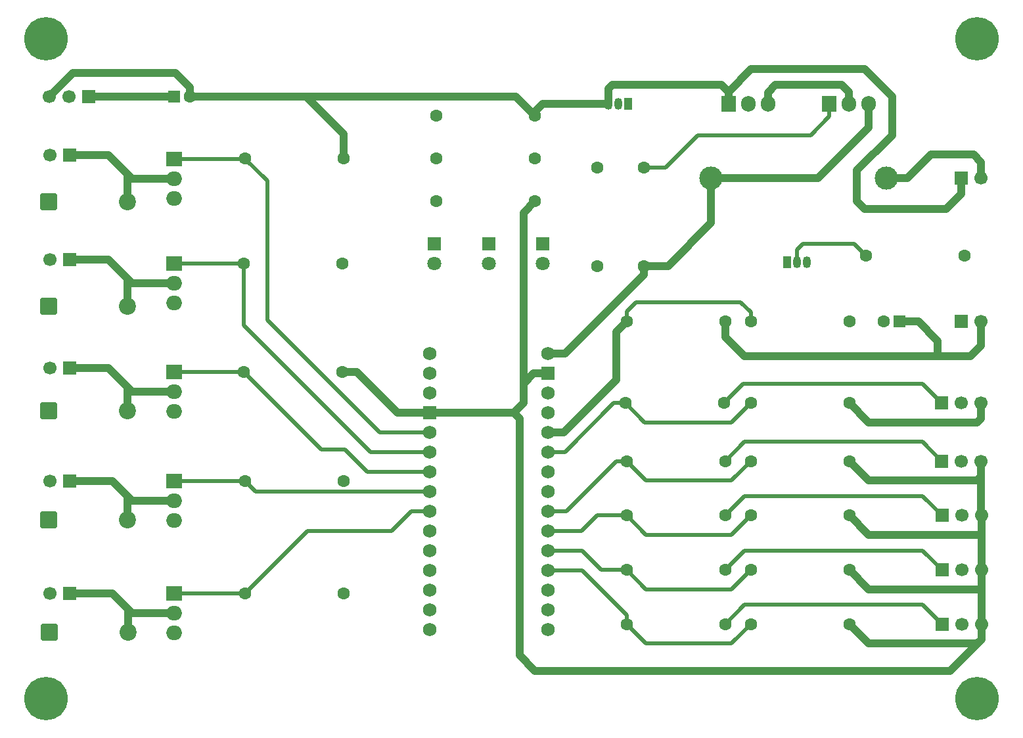
<source format=gbr>
%TF.GenerationSoftware,KiCad,Pcbnew,9.0.3*%
%TF.CreationDate,2025-09-28T13:54:29+02:00*%
%TF.ProjectId,PlantBreakoutBoard,506c616e-7442-4726-9561-6b6f7574426f,rev?*%
%TF.SameCoordinates,Original*%
%TF.FileFunction,Copper,L2,Bot*%
%TF.FilePolarity,Positive*%
%FSLAX46Y46*%
G04 Gerber Fmt 4.6, Leading zero omitted, Abs format (unit mm)*
G04 Created by KiCad (PCBNEW 9.0.3) date 2025-09-28 13:54:29*
%MOMM*%
%LPD*%
G01*
G04 APERTURE LIST*
G04 Aperture macros list*
%AMRoundRect*
0 Rectangle with rounded corners*
0 $1 Rounding radius*
0 $2 $3 $4 $5 $6 $7 $8 $9 X,Y pos of 4 corners*
0 Add a 4 corners polygon primitive as box body*
4,1,4,$2,$3,$4,$5,$6,$7,$8,$9,$2,$3,0*
0 Add four circle primitives for the rounded corners*
1,1,$1+$1,$2,$3*
1,1,$1+$1,$4,$5*
1,1,$1+$1,$6,$7*
1,1,$1+$1,$8,$9*
0 Add four rect primitives between the rounded corners*
20,1,$1+$1,$2,$3,$4,$5,0*
20,1,$1+$1,$4,$5,$6,$7,0*
20,1,$1+$1,$6,$7,$8,$9,0*
20,1,$1+$1,$8,$9,$2,$3,0*%
G04 Aperture macros list end*
%TA.AperFunction,ComponentPad*%
%ADD10R,2.000000X1.905000*%
%TD*%
%TA.AperFunction,ComponentPad*%
%ADD11O,2.000000X1.905000*%
%TD*%
%TA.AperFunction,ComponentPad*%
%ADD12C,1.600000*%
%TD*%
%TA.AperFunction,ComponentPad*%
%ADD13RoundRect,0.249999X-0.850001X-0.850001X0.850001X-0.850001X0.850001X0.850001X-0.850001X0.850001X0*%
%TD*%
%TA.AperFunction,ComponentPad*%
%ADD14C,2.200000*%
%TD*%
%TA.AperFunction,ComponentPad*%
%ADD15R,1.905000X2.000000*%
%TD*%
%TA.AperFunction,ComponentPad*%
%ADD16O,1.905000X2.000000*%
%TD*%
%TA.AperFunction,ComponentPad*%
%ADD17R,1.050000X1.500000*%
%TD*%
%TA.AperFunction,ComponentPad*%
%ADD18O,1.050000X1.500000*%
%TD*%
%TA.AperFunction,ComponentPad*%
%ADD19R,1.700000X1.700000*%
%TD*%
%TA.AperFunction,ComponentPad*%
%ADD20C,1.700000*%
%TD*%
%TA.AperFunction,ComponentPad*%
%ADD21R,1.800000X1.800000*%
%TD*%
%TA.AperFunction,ComponentPad*%
%ADD22C,1.800000*%
%TD*%
%TA.AperFunction,ComponentPad*%
%ADD23RoundRect,0.250000X0.550000X0.550000X-0.550000X0.550000X-0.550000X-0.550000X0.550000X-0.550000X0*%
%TD*%
%TA.AperFunction,ComponentPad*%
%ADD24C,5.600000*%
%TD*%
%TA.AperFunction,ComponentPad*%
%ADD25C,1.727200*%
%TD*%
%TA.AperFunction,ComponentPad*%
%ADD26R,1.727200X1.727200*%
%TD*%
%TA.AperFunction,ComponentPad*%
%ADD27C,3.000000*%
%TD*%
%TA.AperFunction,ComponentPad*%
%ADD28RoundRect,0.250000X-0.550000X-0.550000X0.550000X-0.550000X0.550000X0.550000X-0.550000X0.550000X0*%
%TD*%
%TA.AperFunction,Conductor*%
%ADD29C,0.500000*%
%TD*%
%TA.AperFunction,Conductor*%
%ADD30C,1.000000*%
%TD*%
G04 APERTURE END LIST*
D10*
%TO.P,Q6,1,G*%
%TO.N,Net-(Q6-G)*%
X82000000Y-93040000D03*
D11*
%TO.P,Q6,2,D*%
%TO.N,Net-(D4-A)*%
X82000000Y-95580000D03*
%TO.P,Q6,3,S*%
%TO.N,GND*%
X82000000Y-98120000D03*
%TD*%
D12*
%TO.P,R16,1*%
%TO.N,Net-(J10-Pin_1)*%
X152850000Y-83000000D03*
%TO.P,R16,2*%
%TO.N,Net-(A1-PadA6)*%
X140150000Y-83000000D03*
%TD*%
D13*
%TO.P,D2,1,K*%
%TO.N,+Motor DC*%
X65840000Y-70540000D03*
D14*
%TO.P,D2,2,A*%
%TO.N,Net-(D2-A)*%
X76000000Y-70540000D03*
%TD*%
D12*
%TO.P,R19,1*%
%TO.N,Net-(A1-PadA1)*%
X156300000Y-104500000D03*
%TO.P,R19,2*%
%TO.N,GND*%
X169000000Y-104500000D03*
%TD*%
D15*
%TO.P,U1,1,GND*%
%TO.N,GND*%
X153420000Y-44500000D03*
D16*
%TO.P,U1,2,VO*%
%TO.N,+5V*%
X155960000Y-44500000D03*
%TO.P,U1,3,VI*%
%TO.N,Net-(Q1-D)*%
X158500000Y-44500000D03*
%TD*%
D17*
%TO.P,Q2,1,C*%
%TO.N,Net-(Q1-G)*%
X140500000Y-44500000D03*
D18*
%TO.P,Q2,2,B*%
%TO.N,Net-(Q2-B)*%
X139230000Y-44500000D03*
%TO.P,Q2,3,E*%
%TO.N,GND*%
X137960000Y-44500000D03*
%TD*%
D10*
%TO.P,Q3,1,G*%
%TO.N,Net-(Q3-G)*%
X82000000Y-51540000D03*
D11*
%TO.P,Q3,2,D*%
%TO.N,Net-(D1-A)*%
X82000000Y-54080000D03*
%TO.P,Q3,3,S*%
%TO.N,GND*%
X82000000Y-56620000D03*
%TD*%
D12*
%TO.P,R17,1*%
%TO.N,Net-(J11-Pin_1)*%
X153000000Y-104500000D03*
%TO.P,R17,2*%
%TO.N,Net-(A1-PadA1)*%
X140300000Y-104500000D03*
%TD*%
%TO.P,R7,1*%
%TO.N,Net-(Q7-G)*%
X91150000Y-107540000D03*
%TO.P,R7,2*%
%TO.N,GND*%
X103850000Y-107540000D03*
%TD*%
%TO.P,R2,1*%
%TO.N,Net-(Q2-B)*%
X136500000Y-52650000D03*
%TO.P,R2,2*%
%TO.N,5V_ENABLE*%
X136500000Y-65350000D03*
%TD*%
D19*
%TO.P,J1,1,Pin_1*%
%TO.N,+5V*%
X71000000Y-43500000D03*
D20*
%TO.P,J1,2,Pin_2*%
%TO.N,+Motor DC*%
X68460000Y-43500000D03*
%TO.P,J1,3,Pin_3*%
%TO.N,GND*%
X65920000Y-43500000D03*
%TD*%
D12*
%TO.P,R10,1*%
%TO.N,Net-(Q8-C)*%
X156300000Y-72500000D03*
%TO.P,R10,2*%
%TO.N,GND*%
X169000000Y-72500000D03*
%TD*%
D21*
%TO.P,D8,1,K*%
%TO.N,Net-(D8-K)*%
X115500000Y-62500000D03*
D22*
%TO.P,D8,2,A*%
%TO.N,Net-(D8-A)*%
X115500000Y-65040000D03*
%TD*%
D23*
%TO.P,C2,1*%
%TO.N,+5V*%
X175455113Y-72500000D03*
D12*
%TO.P,C2,2*%
%TO.N,GND*%
X173455113Y-72500000D03*
%TD*%
%TO.P,R23,1*%
%TO.N,Net-(A1-PadA0)*%
X156300000Y-111500000D03*
%TO.P,R23,2*%
%TO.N,GND*%
X169000000Y-111500000D03*
%TD*%
%TO.P,R15,1*%
%TO.N,Net-(A1-PadA2)*%
X156300000Y-97500000D03*
%TO.P,R15,2*%
%TO.N,GND*%
X169000000Y-97500000D03*
%TD*%
%TO.P,R22,1*%
%TO.N,Net-(A1-PadA3)*%
X156300000Y-90500000D03*
%TO.P,R22,2*%
%TO.N,GND*%
X169000000Y-90500000D03*
%TD*%
D24*
%TO.P,hole2,1*%
%TO.N,N/C*%
X185500000Y-36100000D03*
%TD*%
D13*
%TO.P,D3,1,K*%
%TO.N,+Motor DC*%
X65840000Y-84040000D03*
D14*
%TO.P,D3,2,A*%
%TO.N,Net-(D3-A)*%
X76000000Y-84040000D03*
%TD*%
D12*
%TO.P,R20,1*%
%TO.N,Net-(J12-Pin_1)*%
X153000000Y-90500000D03*
%TO.P,R20,2*%
%TO.N,Net-(A1-PadA3)*%
X140300000Y-90500000D03*
%TD*%
D19*
%TO.P,J13,1,Pin_1*%
%TO.N,Net-(J13-Pin_1)*%
X180960000Y-111500000D03*
D20*
%TO.P,J13,2,Pin_2*%
%TO.N,+5V*%
X183500000Y-111500000D03*
%TO.P,J13,3,Pin_3*%
%TO.N,GND*%
X186040000Y-111500000D03*
%TD*%
D17*
%TO.P,Q8,1,C*%
%TO.N,Net-(Q8-C)*%
X160960000Y-64860000D03*
D18*
%TO.P,Q8,2,B*%
%TO.N,Net-(Q8-B)*%
X162230000Y-64860000D03*
%TO.P,Q8,3,E*%
%TO.N,GND*%
X163500000Y-64860000D03*
%TD*%
D21*
%TO.P,D6,1,K*%
%TO.N,Net-(D6-K)*%
X129500000Y-62500000D03*
D22*
%TO.P,D6,2,A*%
%TO.N,Net-(D6-A)*%
X129500000Y-65040000D03*
%TD*%
D12*
%TO.P,R6,1*%
%TO.N,Net-(Q6-G)*%
X91150000Y-93040000D03*
%TO.P,R6,2*%
%TO.N,GND*%
X103850000Y-93040000D03*
%TD*%
D24*
%TO.P,hole3,1*%
%TO.N,N/C*%
X185500000Y-121100000D03*
%TD*%
D19*
%TO.P,J4,1,Pin_1*%
%TO.N,Net-(D2-A)*%
X68500000Y-64540000D03*
D20*
%TO.P,J4,2,Pin_2*%
%TO.N,+Motor DC*%
X65960000Y-64540000D03*
%TD*%
D12*
%TO.P,R21,1*%
%TO.N,Net-(J13-Pin_1)*%
X153000000Y-111500000D03*
%TO.P,R21,2*%
%TO.N,Net-(A1-PadA0)*%
X140300000Y-111500000D03*
%TD*%
D10*
%TO.P,Q4,1,G*%
%TO.N,Net-(Q4-G)*%
X82000000Y-65040000D03*
D11*
%TO.P,Q4,2,D*%
%TO.N,Net-(D2-A)*%
X82000000Y-67580000D03*
%TO.P,Q4,3,S*%
%TO.N,GND*%
X82000000Y-70120000D03*
%TD*%
D19*
%TO.P,J10,1,Pin_1*%
%TO.N,Net-(J10-Pin_1)*%
X180920000Y-83000000D03*
D20*
%TO.P,J10,2,Pin_2*%
%TO.N,+5V*%
X183460000Y-83000000D03*
%TO.P,J10,3,Pin_3*%
%TO.N,GND*%
X186000000Y-83000000D03*
%TD*%
D12*
%TO.P,R9,1*%
%TO.N,Net-(Q8-B)*%
X171150000Y-64000000D03*
%TO.P,R9,2*%
%TO.N,Net-(J8-Pin_1)*%
X183850000Y-64000000D03*
%TD*%
D10*
%TO.P,Q5,1,G*%
%TO.N,Net-(Q5-G)*%
X82000000Y-79040000D03*
D11*
%TO.P,Q5,2,D*%
%TO.N,Net-(D3-A)*%
X82000000Y-81580000D03*
%TO.P,Q5,3,S*%
%TO.N,GND*%
X82000000Y-84120000D03*
%TD*%
D12*
%TO.P,R12,1*%
%TO.N,Net-(D7-K)*%
X115800000Y-51500000D03*
%TO.P,R12,2*%
%TO.N,GND*%
X128500000Y-51500000D03*
%TD*%
D19*
%TO.P,J9,1,Pin_1*%
%TO.N,Net-(J9-Pin_1)*%
X180960000Y-97500000D03*
D20*
%TO.P,J9,2,Pin_2*%
%TO.N,+5V*%
X183500000Y-97500000D03*
%TO.P,J9,3,Pin_3*%
%TO.N,GND*%
X186040000Y-97500000D03*
%TD*%
D12*
%TO.P,R18,1*%
%TO.N,Net-(A1-PadA6)*%
X156300000Y-83000000D03*
%TO.P,R18,2*%
%TO.N,GND*%
X169000000Y-83000000D03*
%TD*%
D19*
%TO.P,J11,1,Pin_1*%
%TO.N,Net-(J11-Pin_1)*%
X180960000Y-104500000D03*
D20*
%TO.P,J11,2,Pin_2*%
%TO.N,+5V*%
X183500000Y-104500000D03*
%TO.P,J11,3,Pin_3*%
%TO.N,GND*%
X186040000Y-104500000D03*
%TD*%
D24*
%TO.P,hole1,1*%
%TO.N,N/C*%
X65500000Y-36100000D03*
%TD*%
D19*
%TO.P,J5,1,Pin_1*%
%TO.N,Net-(D3-A)*%
X68500000Y-78540000D03*
D20*
%TO.P,J5,2,Pin_2*%
%TO.N,+Motor DC*%
X65960000Y-78540000D03*
%TD*%
D12*
%TO.P,R8,1*%
%TO.N,+5V*%
X153000000Y-72500000D03*
%TO.P,R8,2*%
%TO.N,Net-(Q8-C)*%
X140300000Y-72500000D03*
%TD*%
D10*
%TO.P,Q7,1,G*%
%TO.N,Net-(Q7-G)*%
X82000000Y-107500000D03*
D11*
%TO.P,Q7,2,D*%
%TO.N,Net-(D5-A)*%
X82000000Y-110040000D03*
%TO.P,Q7,3,S*%
%TO.N,GND*%
X82000000Y-112580000D03*
%TD*%
D12*
%TO.P,R13,1*%
%TO.N,Net-(D8-K)*%
X115800000Y-57000000D03*
%TO.P,R13,2*%
%TO.N,GND*%
X128500000Y-57000000D03*
%TD*%
D25*
%TO.P,A1,3V3,3.3V*%
%TO.N,unconnected-(A1-3.3V-Pad3V3)*%
X130150000Y-109660000D03*
%TO.P,A1,5V,5V*%
%TO.N,unconnected-(A1-Pad5V)*%
X130150000Y-84260000D03*
%TO.P,A1,A0,A0*%
%TO.N,Net-(A1-PadA0)*%
X130150000Y-104580000D03*
%TO.P,A1,A1,A1*%
%TO.N,Net-(A1-PadA1)*%
X130150000Y-102040000D03*
%TO.P,A1,A2,A2*%
%TO.N,Net-(A1-PadA2)*%
X130150000Y-99500000D03*
%TO.P,A1,A3,A3*%
%TO.N,Net-(A1-PadA3)*%
X130150000Y-96960000D03*
%TO.P,A1,A4,A4/SDA*%
%TO.N,unconnected-(A1-A4{slash}SDA-PadA4)*%
X130150000Y-94420000D03*
%TO.P,A1,A5,A5/SCL*%
%TO.N,unconnected-(A1-A5{slash}SCL-PadA5)*%
X130150000Y-91880000D03*
%TO.P,A1,A6,A6*%
%TO.N,Net-(A1-PadA6)*%
X130150000Y-89340000D03*
%TO.P,A1,A7,A7*%
%TO.N,Net-(Q8-C)*%
X130150000Y-86800000D03*
%TO.P,A1,AREF,AREF*%
%TO.N,unconnected-(A1-PadAREF)*%
X130150000Y-107120000D03*
%TO.P,A1,D0,D0/RX*%
%TO.N,unconnected-(A1-D0{slash}RX-PadD0)*%
X114910000Y-79180000D03*
%TO.P,A1,D1,D1/TX*%
%TO.N,unconnected-(A1-D1{slash}TX-PadD1)*%
X114910000Y-76640000D03*
%TO.P,A1,D2,D2*%
%TO.N,Net-(Q3-G)*%
X114910000Y-86800000D03*
%TO.P,A1,D3,D3*%
%TO.N,Net-(Q4-G)*%
X114910000Y-89340000D03*
%TO.P,A1,D4,D4*%
%TO.N,Net-(Q5-G)*%
X114910000Y-91880000D03*
%TO.P,A1,D5,D5*%
%TO.N,Net-(Q6-G)*%
X114910000Y-94420000D03*
%TO.P,A1,D6,D6*%
%TO.N,Net-(Q7-G)*%
X114910000Y-96960000D03*
%TO.P,A1,D7,D7*%
%TO.N,Net-(D8-A)*%
X114910000Y-99500000D03*
%TO.P,A1,D8,D8*%
%TO.N,Net-(D7-A)*%
X114910000Y-102040000D03*
%TO.P,A1,D9,D9*%
%TO.N,Net-(D6-A)*%
X114910000Y-104580000D03*
%TO.P,A1,D10,D10*%
%TO.N,5V_ENABLE*%
X114910000Y-107120000D03*
%TO.P,A1,D11,D11_MOSI*%
%TO.N,unconnected-(A1-D11_MOSI-PadD11)*%
X114910000Y-109660000D03*
%TO.P,A1,D12,D12_MISO*%
%TO.N,unconnected-(A1-D12_MISO-PadD12)*%
X114910000Y-112200000D03*
%TO.P,A1,D13,D13_SCK*%
%TO.N,unconnected-(A1-D13_SCK-PadD13)*%
X130150000Y-112200000D03*
D26*
%TO.P,A1,GND1,GND*%
%TO.N,GND*%
X114910000Y-84260000D03*
%TO.P,A1,GND2,GND*%
X130150000Y-79180000D03*
D25*
%TO.P,A1,RST1,RESET*%
%TO.N,unconnected-(A1-RESET-PadRST1)*%
X114910000Y-81720000D03*
%TO.P,A1,RST2,RESET*%
%TO.N,unconnected-(A1-RESET-PadRST2)*%
X130150000Y-81720000D03*
%TO.P,A1,VIN,VIN*%
%TO.N,VIN*%
X130150000Y-76640000D03*
%TD*%
D19*
%TO.P,J6,1,Pin_1*%
%TO.N,Net-(D4-A)*%
X68500000Y-93040000D03*
D20*
%TO.P,J6,2,Pin_2*%
%TO.N,+Motor DC*%
X65960000Y-93040000D03*
%TD*%
D12*
%TO.P,R11,1*%
%TO.N,Net-(D6-K)*%
X115800000Y-46000000D03*
%TO.P,R11,2*%
%TO.N,GND*%
X128500000Y-46000000D03*
%TD*%
D19*
%TO.P,J3,1,Pin_1*%
%TO.N,Net-(D1-A)*%
X68500000Y-51040000D03*
D20*
%TO.P,J3,2,Pin_2*%
%TO.N,+Motor DC*%
X65960000Y-51040000D03*
%TD*%
D13*
%TO.P,D4,1,K*%
%TO.N,+Motor DC*%
X65840000Y-98040000D03*
D14*
%TO.P,D4,2,A*%
%TO.N,Net-(D4-A)*%
X76000000Y-98040000D03*
%TD*%
D21*
%TO.P,D7,1,K*%
%TO.N,Net-(D7-K)*%
X122530000Y-62500000D03*
D22*
%TO.P,D7,2,A*%
%TO.N,Net-(D7-A)*%
X122530000Y-65040000D03*
%TD*%
D27*
%TO.P,F1,1*%
%TO.N,VIN_BATT*%
X173800000Y-54000000D03*
%TO.P,F1,2*%
%TO.N,VIN*%
X151200000Y-54000000D03*
%TD*%
D19*
%TO.P,J2,1,Pin_1*%
%TO.N,GND*%
X183460000Y-54000000D03*
D20*
%TO.P,J2,2,Pin_2*%
%TO.N,VIN_BATT*%
X186000000Y-54000000D03*
%TD*%
D12*
%TO.P,R14,1*%
%TO.N,Net-(J9-Pin_1)*%
X153000000Y-97500000D03*
%TO.P,R14,2*%
%TO.N,Net-(A1-PadA2)*%
X140300000Y-97500000D03*
%TD*%
%TO.P,R1,1*%
%TO.N,Net-(Q1-G)*%
X142500000Y-52650000D03*
%TO.P,R1,2*%
%TO.N,VIN*%
X142500000Y-65350000D03*
%TD*%
D13*
%TO.P,D5,1,K*%
%TO.N,+Motor DC*%
X65920000Y-112500000D03*
D14*
%TO.P,D5,2,A*%
%TO.N,Net-(D5-A)*%
X76080000Y-112500000D03*
%TD*%
D13*
%TO.P,D1,1,K*%
%TO.N,+Motor DC*%
X65840000Y-57040000D03*
D14*
%TO.P,D1,2,A*%
%TO.N,Net-(D1-A)*%
X76000000Y-57040000D03*
%TD*%
D19*
%TO.P,J12,1,Pin_1*%
%TO.N,Net-(J12-Pin_1)*%
X180920000Y-90500000D03*
D20*
%TO.P,J12,2,Pin_2*%
%TO.N,+5V*%
X183460000Y-90500000D03*
%TO.P,J12,3,Pin_3*%
%TO.N,GND*%
X186000000Y-90500000D03*
%TD*%
D12*
%TO.P,R5,1*%
%TO.N,Net-(Q5-G)*%
X91000000Y-79040000D03*
%TO.P,R5,2*%
%TO.N,GND*%
X103700000Y-79040000D03*
%TD*%
D19*
%TO.P,J7,1,Pin_1*%
%TO.N,Net-(D5-A)*%
X68500000Y-107500000D03*
D20*
%TO.P,J7,2,Pin_2*%
%TO.N,+Motor DC*%
X65960000Y-107500000D03*
%TD*%
D15*
%TO.P,Q1,1,G*%
%TO.N,Net-(Q1-G)*%
X166420000Y-44500000D03*
D16*
%TO.P,Q1,2,D*%
%TO.N,Net-(Q1-D)*%
X168960000Y-44500000D03*
%TO.P,Q1,3,S*%
%TO.N,VIN*%
X171500000Y-44500000D03*
%TD*%
D19*
%TO.P,J8,1,Pin_1*%
%TO.N,Net-(J8-Pin_1)*%
X183460000Y-72500000D03*
D20*
%TO.P,J8,2,Pin_2*%
%TO.N,+5V*%
X186000000Y-72500000D03*
%TD*%
D12*
%TO.P,R3,1*%
%TO.N,Net-(Q3-G)*%
X91150000Y-51500000D03*
%TO.P,R3,2*%
%TO.N,GND*%
X103850000Y-51500000D03*
%TD*%
D24*
%TO.P,hole4,1*%
%TO.N,N/C*%
X65500000Y-121100000D03*
%TD*%
D28*
%TO.P,C1,1*%
%TO.N,+5V*%
X82000000Y-43500000D03*
D12*
%TO.P,C1,2*%
%TO.N,GND*%
X84000000Y-43500000D03*
%TD*%
%TO.P,R4,1*%
%TO.N,Net-(Q4-G)*%
X91000000Y-65040000D03*
%TO.P,R4,2*%
%TO.N,GND*%
X103700000Y-65040000D03*
%TD*%
D29*
%TO.N,Net-(J10-Pin_1)*%
X178420000Y-80500000D02*
X155350000Y-80500000D01*
X180920000Y-83000000D02*
X181000000Y-83000000D01*
X155350000Y-80500000D02*
X152850000Y-83000000D01*
X180920000Y-83000000D02*
X178420000Y-80500000D01*
D30*
%TO.N,VIN*%
X165000000Y-54000000D02*
X171500000Y-47500000D01*
X132360000Y-76640000D02*
X142500000Y-66500000D01*
X142500000Y-66500000D02*
X142500000Y-65350000D01*
X151200000Y-54000000D02*
X151200000Y-59800000D01*
X130150000Y-76640000D02*
X132360000Y-76640000D01*
X171500000Y-47500000D02*
X171500000Y-44500000D01*
X145650000Y-65350000D02*
X142500000Y-65350000D01*
X151200000Y-54000000D02*
X165000000Y-54000000D01*
X151200000Y-59800000D02*
X145650000Y-65350000D01*
D29*
%TO.N,Net-(J11-Pin_1)*%
X155500000Y-102000000D02*
X153000000Y-104500000D01*
X178460000Y-102000000D02*
X155500000Y-102000000D01*
X180960000Y-104500000D02*
X178460000Y-102000000D01*
D30*
%TO.N,5V_ENABLE*%
X114790000Y-107000000D02*
X114910000Y-107120000D01*
D29*
%TO.N,Net-(Q6-G)*%
X91150000Y-93040000D02*
X92530000Y-94420000D01*
X82000000Y-93040000D02*
X91150000Y-93040000D01*
X92530000Y-94420000D02*
X114910000Y-94420000D01*
X82000000Y-93040000D02*
X82000000Y-93500000D01*
%TO.N,Net-(J12-Pin_1)*%
X155500000Y-88000000D02*
X153000000Y-90500000D01*
X180920000Y-90500000D02*
X178420000Y-88000000D01*
X178420000Y-88000000D02*
X155500000Y-88000000D01*
%TO.N,Net-(Q4-G)*%
X91000000Y-73000000D02*
X107340000Y-89340000D01*
X91000000Y-65040000D02*
X91000000Y-73000000D01*
X82000000Y-65040000D02*
X91000000Y-65040000D01*
X107340000Y-89340000D02*
X114910000Y-89340000D01*
%TO.N,Net-(Q5-G)*%
X106880000Y-91880000D02*
X114910000Y-91880000D01*
X91000000Y-79040000D02*
X100960000Y-89000000D01*
X100960000Y-89000000D02*
X104000000Y-89000000D01*
X104000000Y-89000000D02*
X106880000Y-91880000D01*
X82540000Y-79040000D02*
X91000000Y-79040000D01*
X82500000Y-79000000D02*
X82540000Y-79040000D01*
X82460000Y-79040000D02*
X82500000Y-79000000D01*
X82000000Y-79040000D02*
X82460000Y-79040000D01*
%TO.N,Net-(Q7-G)*%
X82000000Y-107500000D02*
X91110000Y-107500000D01*
X110000000Y-99500000D02*
X112540000Y-96960000D01*
X91150000Y-107540000D02*
X99190000Y-99500000D01*
X99190000Y-99500000D02*
X110000000Y-99500000D01*
X91110000Y-107500000D02*
X91150000Y-107540000D01*
X112540000Y-96960000D02*
X114910000Y-96960000D01*
D30*
%TO.N,+5V*%
X180420000Y-77000000D02*
X184600000Y-77000000D01*
X71000000Y-43500000D02*
X82000000Y-43500000D01*
X155500000Y-77000000D02*
X180420000Y-77000000D01*
X175455113Y-72500000D02*
X177900000Y-72500000D01*
X184600000Y-77000000D02*
X186000000Y-75600000D01*
X153000000Y-72500000D02*
X153000000Y-74500000D01*
X153000000Y-74500000D02*
X155500000Y-77000000D01*
X186000000Y-75600000D02*
X186000000Y-72500000D01*
X180420000Y-75020000D02*
X180420000Y-77000000D01*
X177900000Y-72500000D02*
X180420000Y-75020000D01*
%TO.N,GND*%
X126500000Y-115500000D02*
X128500000Y-117500000D01*
X186000000Y-97460000D02*
X186040000Y-97500000D01*
X171500000Y-107000000D02*
X169000000Y-104500000D01*
X84000000Y-42368630D02*
X84000000Y-43500000D01*
X84000000Y-43500000D02*
X99000000Y-43500000D01*
X137960000Y-42540000D02*
X137960000Y-44500000D01*
X153420000Y-44500000D02*
X153420000Y-42920000D01*
X82131370Y-40500000D02*
X84000000Y-42368630D01*
X186000000Y-85000000D02*
X185500000Y-85500000D01*
X128500000Y-45500000D02*
X128500000Y-46000000D01*
X174500000Y-48500000D02*
X174500000Y-43500000D01*
X127000000Y-58500000D02*
X127000000Y-80500000D01*
X127000000Y-83000000D02*
X127000000Y-80500000D01*
X122740000Y-84260000D02*
X114910000Y-84260000D01*
X125740000Y-84260000D02*
X127000000Y-83000000D01*
X128500000Y-117500000D02*
X182000000Y-117500000D01*
X130150000Y-79150000D02*
X130000000Y-79000000D01*
X128500000Y-57000000D02*
X127000000Y-58500000D01*
X99000000Y-43500000D02*
X103850000Y-48350000D01*
X170000000Y-57000000D02*
X170000000Y-53000000D01*
X186000000Y-90500000D02*
X186000000Y-92500000D01*
X186040000Y-100000000D02*
X171500000Y-100000000D01*
X186040000Y-97500000D02*
X186040000Y-104500000D01*
X126000000Y-43500000D02*
X99000000Y-43500000D01*
X186000000Y-92500000D02*
X185500000Y-93000000D01*
X171500000Y-100000000D02*
X169000000Y-97500000D01*
X125760000Y-84260000D02*
X126500000Y-85000000D01*
X170000000Y-53000000D02*
X174500000Y-48500000D01*
X156340000Y-40000000D02*
X153420000Y-42920000D01*
X186040000Y-113460000D02*
X185500000Y-114000000D01*
X185500000Y-85500000D02*
X171500000Y-85500000D01*
X126500000Y-85000000D02*
X126500000Y-115500000D01*
X186040000Y-104500000D02*
X186040000Y-111500000D01*
X182000000Y-117500000D02*
X186040000Y-113460000D01*
X138500000Y-42000000D02*
X137960000Y-42540000D01*
X122740000Y-84260000D02*
X125760000Y-84260000D01*
X110760000Y-84260000D02*
X105540000Y-79040000D01*
X186040000Y-107000000D02*
X171500000Y-107000000D01*
X171000000Y-40000000D02*
X156340000Y-40000000D01*
X68920000Y-40500000D02*
X82131370Y-40500000D01*
X122740000Y-84260000D02*
X125740000Y-84260000D01*
X186000000Y-90500000D02*
X186000000Y-97460000D01*
X129500000Y-44500000D02*
X128500000Y-45500000D01*
X171500000Y-114000000D02*
X169000000Y-111500000D01*
X128320000Y-79180000D02*
X130150000Y-79180000D01*
X186000000Y-83000000D02*
X186000000Y-85000000D01*
X152500000Y-42000000D02*
X138500000Y-42000000D01*
X127000000Y-80500000D02*
X128320000Y-79180000D01*
X186040000Y-113460000D02*
X186040000Y-111500000D01*
X105540000Y-79040000D02*
X103700000Y-79040000D01*
X65920000Y-43500000D02*
X68920000Y-40500000D01*
X183460000Y-56040000D02*
X181500000Y-58000000D01*
X114910000Y-84260000D02*
X110760000Y-84260000D01*
X171500000Y-93000000D02*
X169000000Y-90500000D01*
X186040000Y-97500000D02*
X186040000Y-100000000D01*
X186040000Y-104500000D02*
X186040000Y-107000000D01*
X185500000Y-93000000D02*
X171500000Y-93000000D01*
X137960000Y-44500000D02*
X129500000Y-44500000D01*
X153420000Y-42920000D02*
X152500000Y-42000000D01*
X183460000Y-54000000D02*
X183460000Y-56040000D01*
X181500000Y-58000000D02*
X171000000Y-58000000D01*
X185500000Y-114000000D02*
X171500000Y-114000000D01*
X171000000Y-58000000D02*
X170000000Y-57000000D01*
X130150000Y-79180000D02*
X130150000Y-79150000D01*
X128500000Y-46000000D02*
X126000000Y-43500000D01*
X103850000Y-48350000D02*
X103850000Y-51540000D01*
X174500000Y-43500000D02*
X171000000Y-40000000D01*
X171500000Y-85500000D02*
X169000000Y-83000000D01*
%TO.N,Net-(D1-A)*%
X82000000Y-54080000D02*
X76580000Y-54080000D01*
X73540000Y-51040000D02*
X76000000Y-53500000D01*
X76580000Y-54080000D02*
X73540000Y-51040000D01*
X76000000Y-53500000D02*
X76000000Y-57040000D01*
X68500000Y-51040000D02*
X73540000Y-51040000D01*
%TO.N,VIN_BATT*%
X186000000Y-52000000D02*
X185000000Y-51000000D01*
X186000000Y-54000000D02*
X186000000Y-52000000D01*
X176500000Y-54000000D02*
X173800000Y-54000000D01*
X179500000Y-51000000D02*
X176500000Y-54000000D01*
X185000000Y-51000000D02*
X179500000Y-51000000D01*
D29*
%TO.N,Net-(J13-Pin_1)*%
X180960000Y-111500000D02*
X178460000Y-109000000D01*
X178460000Y-109000000D02*
X155500000Y-109000000D01*
X155500000Y-109000000D02*
X153000000Y-111500000D01*
D30*
%TO.N,Net-(D2-A)*%
X76580000Y-67580000D02*
X73540000Y-64540000D01*
X73540000Y-64540000D02*
X74250000Y-65250000D01*
X82000000Y-67580000D02*
X76580000Y-67580000D01*
X76000000Y-67000000D02*
X76000000Y-70540000D01*
X74250000Y-65250000D02*
X76000000Y-67000000D01*
X68500000Y-64540000D02*
X73540000Y-64540000D01*
%TO.N,Net-(D3-A)*%
X76580000Y-81580000D02*
X73540000Y-78540000D01*
X76000000Y-81000000D02*
X76000000Y-84040000D01*
X76000000Y-84000000D02*
X76040000Y-84040000D01*
X82000000Y-81580000D02*
X76580000Y-81580000D01*
X68500000Y-78540000D02*
X73540000Y-78540000D01*
X76000000Y-84040000D02*
X76000000Y-84000000D01*
%TO.N,Net-(D4-A)*%
X81980000Y-95600000D02*
X76600000Y-95600000D01*
X68500000Y-93040000D02*
X74040000Y-93040000D01*
X76000000Y-95000000D02*
X76000000Y-98040000D01*
X74040000Y-93040000D02*
X76000000Y-95000000D01*
X82000000Y-95580000D02*
X81980000Y-95600000D01*
X76600000Y-95600000D02*
X74040000Y-93040000D01*
%TO.N,Net-(D5-A)*%
X68500000Y-107500000D02*
X74000000Y-107500000D01*
X76540000Y-110040000D02*
X74000000Y-107500000D01*
X74000000Y-107500000D02*
X76080000Y-109580000D01*
X82000000Y-110040000D02*
X76540000Y-110040000D01*
X76080000Y-109580000D02*
X76080000Y-112500000D01*
D29*
%TO.N,Net-(Q8-C)*%
X141500000Y-70000000D02*
X140300000Y-71200000D01*
X140300000Y-71200000D02*
X140300000Y-72500000D01*
D30*
X139000000Y-73800000D02*
X140300000Y-72500000D01*
D29*
X156300000Y-71300000D02*
X155000000Y-70000000D01*
X156300000Y-72500000D02*
X156300000Y-71300000D01*
D30*
X132200000Y-86800000D02*
X139000000Y-80000000D01*
X130150000Y-86800000D02*
X132200000Y-86800000D01*
D29*
X155000000Y-70000000D02*
X141500000Y-70000000D01*
D30*
X139000000Y-80000000D02*
X139000000Y-73800000D01*
D29*
%TO.N,Net-(J9-Pin_1)*%
X178460000Y-95000000D02*
X155500000Y-95000000D01*
X180960000Y-97500000D02*
X178460000Y-95000000D01*
X155500000Y-95000000D02*
X153000000Y-97500000D01*
%TO.N,Net-(Q3-G)*%
X108467614Y-86800000D02*
X94000000Y-72332386D01*
X94000000Y-54390000D02*
X91150000Y-51540000D01*
X94000000Y-72332386D02*
X94000000Y-54390000D01*
X82500000Y-51500000D02*
X82540000Y-51540000D01*
X82460000Y-51540000D02*
X82500000Y-51500000D01*
X114910000Y-86800000D02*
X108467614Y-86800000D01*
X82000000Y-51540000D02*
X82460000Y-51540000D01*
X82540000Y-51540000D02*
X91150000Y-51540000D01*
%TO.N,Net-(Q1-G)*%
X149500000Y-48500000D02*
X164000000Y-48500000D01*
X166420000Y-46080000D02*
X166420000Y-44500000D01*
X142500000Y-52650000D02*
X145350000Y-52650000D01*
X164000000Y-48500000D02*
X166420000Y-46080000D01*
X145350000Y-52650000D02*
X149500000Y-48500000D01*
D30*
%TO.N,Net-(Q1-D)*%
X159500000Y-42000000D02*
X158500000Y-43000000D01*
X158500000Y-43000000D02*
X158500000Y-44500000D01*
X168960000Y-44500000D02*
X168960000Y-42960000D01*
X168960000Y-42960000D02*
X168000000Y-42000000D01*
X168000000Y-42000000D02*
X159500000Y-42000000D01*
D29*
%TO.N,Net-(Q8-B)*%
X169650000Y-62500000D02*
X171150000Y-64000000D01*
X162230000Y-63270000D02*
X163000000Y-62500000D01*
X162230000Y-64860000D02*
X162230000Y-63270000D01*
X163000000Y-62500000D02*
X169650000Y-62500000D01*
%TO.N,Net-(A1-PadA6)*%
X132334397Y-89340000D02*
X130150000Y-89340000D01*
X153800000Y-85500000D02*
X142650000Y-85500000D01*
X156300000Y-83000000D02*
X153800000Y-85500000D01*
X138674397Y-83000000D02*
X132334397Y-89340000D01*
X142650000Y-85500000D02*
X140150000Y-83000000D01*
X140150000Y-83000000D02*
X138674397Y-83000000D01*
%TO.N,Net-(A1-PadA0)*%
X153800000Y-114000000D02*
X142800000Y-114000000D01*
X134580000Y-104580000D02*
X130150000Y-104580000D01*
X156300000Y-111500000D02*
X153800000Y-114000000D01*
X140300000Y-111500000D02*
X140300000Y-110300000D01*
X142800000Y-114000000D02*
X140300000Y-111500000D01*
X140300000Y-110300000D02*
X134580000Y-104580000D01*
%TO.N,Net-(A1-PadA3)*%
X140300000Y-90500000D02*
X139000000Y-90500000D01*
X132540000Y-96960000D02*
X130150000Y-96960000D01*
X139000000Y-90500000D02*
X132540000Y-96960000D01*
X142800000Y-93000000D02*
X153800000Y-93000000D01*
X140300000Y-90500000D02*
X142800000Y-93000000D01*
X153800000Y-93000000D02*
X156300000Y-90500000D01*
%TO.N,Net-(A1-PadA2)*%
X136500000Y-97500000D02*
X134500000Y-99500000D01*
X140300000Y-97500000D02*
X136500000Y-97500000D01*
X134500000Y-99500000D02*
X130150000Y-99500000D01*
X153800000Y-100000000D02*
X142800000Y-100000000D01*
X142800000Y-100000000D02*
X140300000Y-97500000D01*
X156300000Y-97500000D02*
X153800000Y-100000000D01*
%TO.N,Net-(A1-PadA1)*%
X153800000Y-107000000D02*
X142800000Y-107000000D01*
X134569132Y-102040000D02*
X130150000Y-102040000D01*
X140300000Y-104500000D02*
X137029132Y-104500000D01*
X156300000Y-104500000D02*
X153800000Y-107000000D01*
X142800000Y-107000000D02*
X140300000Y-104500000D01*
X137029132Y-104500000D02*
X134569132Y-102040000D01*
%TD*%
M02*

</source>
